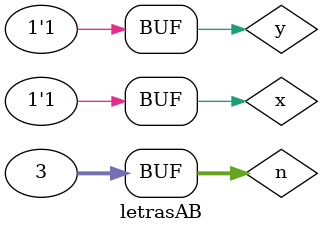
<source format=v>
/*
Pedro Correa Rigotto - Matricula 762281
guia0405ab
*/

module fxy (output sopa, output posa, output sopb, output posb, input x, y);
	assign sopa = (~x&~y)|(x&~y)|(x&y);
	assign posa = (x|~y);
	assign sopb = (~x&y)|(x&y);
	assign posb = (x|y)&(~x|y);
endmodule // fxy

module letrasAB;
	reg x, y;
	wire sopa, sopb, posa, posb;
	fxy exercicio(sopa, posa, sopb, posb, x, y);
	integer n;
	
	initial begin
		$display("n  x  y  SoP(0,2,3)  PoS(1)  SoP(1,3)  PoS(0,2)");
		$monitor("%1d  %b  %b  %b           %b       %b         %b", n, x, y, sopa, posa, sopb, posb);
		   n = 0;   x = 0; y = 0;
		#1 n = n+1; x = 0; y = 1;
		#1 n = n+1; x = 1; y = 0;
		#1 n = n+1; x = 1; y = 1;
	end
endmodule // letrasAB
</source>
